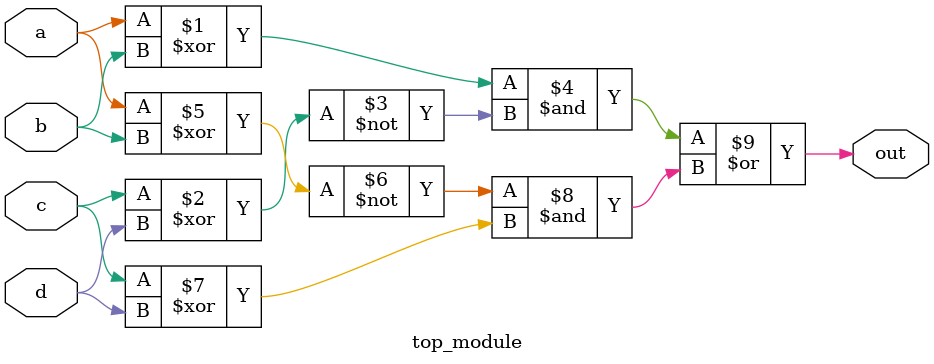
<source format=v>
module top_module(
    input a,
    input b,
    input c,
    input d,
    output out  ); 
    
    assign out = (a^b)&~(c^d) | ~(a^b)&(c^d);

endmodule


</source>
